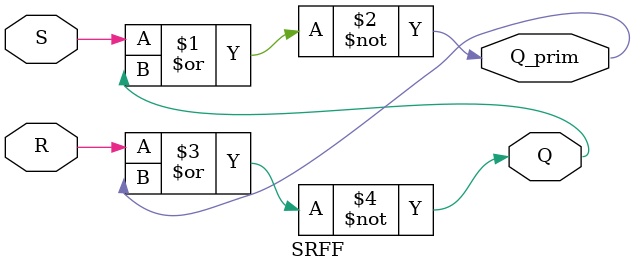
<source format=sv>
`timescale 1ns/100ps

module SRFF(
  input S, R,
  output Q, Q_prim);
  nor (Q_prim,S,Q);
  nor (Q,R,Q_prim);
endmodule
</source>
